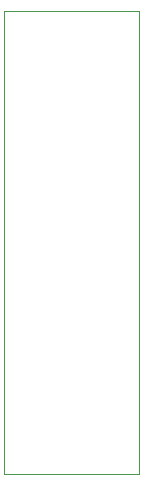
<source format=gbr>
G04 #@! TF.GenerationSoftware,KiCad,Pcbnew,5.1.5+dfsg1-2build2*
G04 #@! TF.CreationDate,2023-02-08T21:01:38+00:00*
G04 #@! TF.ProjectId,video-ram-replacement,76696465-6f2d-4726-916d-2d7265706c61,rev?*
G04 #@! TF.SameCoordinates,Original*
G04 #@! TF.FileFunction,Profile,NP*
%FSLAX46Y46*%
G04 Gerber Fmt 4.6, Leading zero omitted, Abs format (unit mm)*
G04 Created by KiCad (PCBNEW 5.1.5+dfsg1-2build2) date 2023-02-08 21:01:38*
%MOMM*%
%LPD*%
G04 APERTURE LIST*
%ADD10C,0.050000*%
G04 APERTURE END LIST*
D10*
X177800000Y-157480000D02*
X177800000Y-159842200D01*
X189230000Y-157480000D02*
X189230000Y-159842200D01*
X189230000Y-161112200D02*
X189230000Y-159842200D01*
X177800000Y-161112200D02*
X189230000Y-161112200D01*
X177800000Y-159842200D02*
X177800000Y-161112200D01*
X177800000Y-121920000D02*
X177800000Y-157480000D01*
X189230000Y-121920000D02*
X177800000Y-121920000D01*
X189230000Y-157480000D02*
X189230000Y-121920000D01*
M02*

</source>
